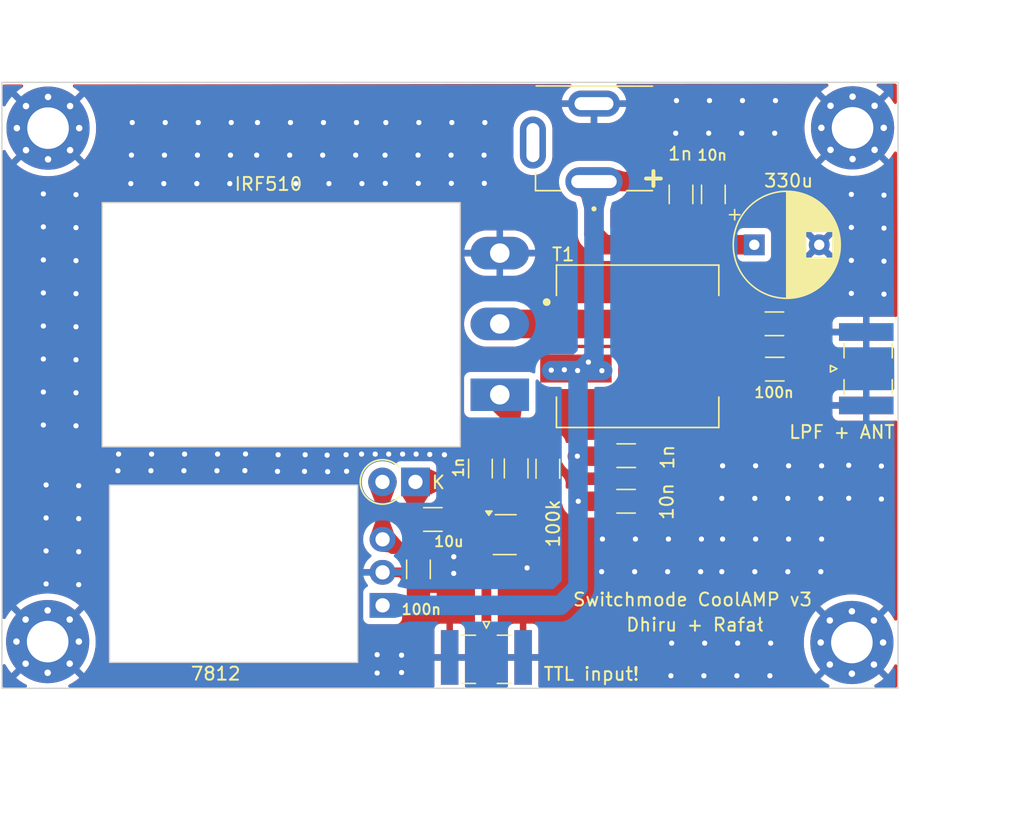
<source format=kicad_pcb>
(kicad_pcb (version 20240225) (generator "pcbnew") (generator_version "8.99")
  (layers (0 "F.Cu" signal) (31 "B.Cu" signal) (35 "F.Paste" user) (37 "F.SilkS" user "F.Silkscreen") (38 "B.Mask" user) (39 "F.Mask" user) (44 "Edge.Cuts" user))
  (net 0 "")
  (net 1 "GND")
  (net 2 "Net-(Q1-G)")
  (net 3 "/DRAIN")
  (net 4 "Net-(RF_OUT1-In)")
  (net 6 "Net-(D1-A)")
  (net 7 "11.5V")
  (net 8 "Net-(U2-OUT)")
  (net 9 "Net-(RF_IN1-In)")
  (net 10 "Net-(C3-Pad2)")
  (net 11 "+VDC")
  (footprint "MountingHole:MountingHole_3.2mm_M3_Pad_Via" (layer "F.Cu") (at 141.8 105.72)
    (property "Reference" "H3" (hide yes))
    (property "Value" "MountingHole_Pad" (hide yes))
    (pad "1" thru_hole circle (at -2.4 0) (size 0.8 0.8) (drill 0.5) (layers "*.Cu" "*.Mask") (net 1 "GND"))
    (pad "1" thru_hole circle (at -1.697056 -1.697056) (size 0.8 0.8) (drill 0.5) (layers "*.Cu" "*.Mask") (net 1 "GND"))
    (pad "1" thru_hole circle (at -1.697056 1.697056) (size 0.8 0.8) (drill 0.5) (layers "*.Cu" "*.Mask") (net 1 "GND"))
    (pad "1" thru_hole circle (at 0 -2.4) (size 0.8 0.8) (drill 0.5) (layers "*.Cu" "*.Mask") (net 1 "GND"))
    (pad "1" thru_hole circle (at 0 0) (size 6.4 6.4) (drill 3.2) (layers "*.Cu" "*.Mask") (net 1 "GND"))
    (pad "1" thru_hole circle (at 0 2.4) (size 0.8 0.8) (drill 0.5) (layers "*.Cu" "*.Mask") (net 1 "GND"))
    (pad "1" thru_hole circle (at 1.697056 -1.697056) (size 0.8 0.8) (drill 0.5) (layers "*.Cu" "*.Mask") (net 1 "GND"))
    (pad "1" thru_hole circle (at 1.697056 1.697056) (size 0.8 0.8) (drill 0.5) (layers "*.Cu" "*.Mask") (net 1 "GND"))
    (pad "1" thru_hole circle (at 2.4 0) (size 0.8 0.8) (drill 0.5) (layers "*.Cu" "*.Mask") (net 1 "GND"))
  )
  (footprint "Connector_Coaxial:SMA_Samtec_SMA-J-P-X-ST-EM1_EdgeMount" (layer "F.Cu") (at 204.8075 84.72 90)
    (property "Reference" "RF_OUT1" (hide yes))
    (property "Value" "SMA" (hide yes))
    (pad "1" smd rect (at 0 0.2 90) (size 1.27 3.6) (layers "F.Cu" "F.Paste" "F.Mask") (net 4 "Net-(RF_OUT1-In)"))
    (pad "2" smd rect (at -2.825 0 90) (size 1.35 4.2) (layers "F.Cu" "F.Paste" "F.Mask") (net 1 "GND"))
    (pad "2" smd rect (at -2.825 0 90) (size 1.35 4.2) (layers "B.Cu" "B.Paste" "B.Mask") (net 1 "GND"))
    (pad "2" smd rect (at 2.825 0 90) (size 1.35 4.2) (layers "F.Cu" "F.Paste" "F.Mask") (net 1 "GND"))
    (pad "2" smd rect (at 2.825 0 90) (size 1.35 4.2) (layers "B.Cu" "B.Paste" "B.Mask") (net 1 "GND"))
  )
  (footprint "Capacitor_SMD:C_1206_3216Metric_Pad1.33x1.80mm_HandSolder" (layer "F.Cu") (at 186.32 94.92)
    (property "Reference" "C12" (hide yes))
    (property "Value" "10n" (at 3.14 0.02 90) (layer "F.SilkS"))
    (pad "1" smd roundrect (at -1.5625 0) (size 1.325 1.8) (layers "F.Cu" "F.Paste" "F.Mask") (roundrect_rratio 0.188679) (net 11 "+VDC"))
    (pad "2" smd roundrect (at 1.5625 0) (size 1.325 1.8) (layers "F.Cu" "F.Paste" "F.Mask") (roundrect_rratio 0.188679) (net 1 "GND"))
  )
  (footprint "footprints:XKB_DC-005-5A-2.0_Modded" (layer "F.Cu") (at 183.85 64.3125 -90)
    (property "Reference" "Power1" (hide yes))
    (property "Value" "DC-005 (Barrel Jack)" (hide yes))
    (pad "1" thru_hole oval (at 6 0 270) (size 2.2 4.4) (drill oval 1 3.5) (layers "*.Cu" "*.Mask") (net 11 "+VDC"))
    (pad "2" thru_hole oval (at 0 0 270) (size 2 4) (drill oval 1 3) (layers "*.Cu" "*.Mask") (net 1 "GND"))
    (pad "3" thru_hole oval (at 3 4.7 270) (size 4 2) (drill oval 3 1) (layers "*.Cu" "*.Mask"))
  )
  (footprint "Capacitor_SMD:C_1206_3216Metric_Pad1.33x1.80mm_HandSolder" (layer "F.Cu") (at 171.45 96.32)
    (property "Reference" "C9" (hide yes))
    (property "Value" "10u" (at 1.23 1.7 180) (layer "F.SilkS") (effects (font (size 0.8 0.8))))
    (pad "1" smd roundrect (at -1.5625 0) (size 1.325 1.8) (layers "F.Cu" "F.Paste" "F.Mask") (roundrect_rratio 0.1886792453) (net 7 "11.5V"))
    (pad "2" smd roundrect (at 1.5625 0) (size 1.325 1.8) (layers "F.Cu" "F.Paste" "F.Mask") (roundrect_rratio 0.1886792453) (net 1 "GND"))
  )
  (footprint "Capacitor_SMD:C_1206_3216Metric_Pad1.33x1.80mm_HandSolder" (layer "F.Cu") (at 175.11 92.4 90)
    (property "Reference" "C4" (hide yes))
    (property "Value" "1n" (at 0.0775 -1.69 -90) (layer "F.SilkS") (effects (font (size 0.8 0.8))))
    (pad "1" smd roundrect (at -1.5625 0 90) (size 1.325 1.8) (layers "F.Cu" "F.Paste" "F.Mask") (roundrect_rratio 0.1886792453) (net 7 "11.5V"))
    (pad "2" smd roundrect (at 1.5625 0 90) (size 1.325 1.8) (layers "F.Cu" "F.Paste" "F.Mask") (roundrect_rratio 0.1886792453) (net 1 "GND"))
  )
  (footprint "MountingHole:MountingHole_3.2mm_M3_Pad_Via" (layer "F.Cu") (at 203.7 105.79)
    (property "Reference" "H4" (hide yes))
    (property "Value" "MountingHole_Pad" (hide yes))
    (pad "1" thru_hole circle (at -2.4 0) (size 0.8 0.8) (drill 0.5) (layers "*.Cu" "*.Mask") (net 1 "GND"))
    (pad "1" thru_hole circle (at -1.697056 -1.697056) (size 0.8 0.8) (drill 0.5) (layers "*.Cu" "*.Mask") (net 1 "GND"))
    (pad "1" thru_hole circle (at -1.697056 1.697056) (size 0.8 0.8) (drill 0.5) (layers "*.Cu" "*.Mask") (net 1 "GND"))
    (pad "1" thru_hole circle (at 0 -2.4) (size 0.8 0.8) (drill 0.5) (layers "*.Cu" "*.Mask") (net 1 "GND"))
    (pad "1" thru_hole circle (at 0 0) (size 6.4 6.4) (drill 3.2) (layers "*.Cu" "*.Mask") (net 1 "GND"))
    (pad "1" thru_hole circle (at 0 2.4) (size 0.8 0.8) (drill 0.5) (layers "*.Cu" "*.Mask") (net 1 "GND"))
    (pad "1" thru_hole circle (at 1.697056 -1.697056) (size 0.8 0.8) (drill 0.5) (layers "*.Cu" "*.Mask") (net 1 "GND"))
    (pad "1" thru_hole circle (at 1.697056 1.697056) (size 0.8 0.8) (drill 0.5) (layers "*.Cu" "*.Mask") (net 1 "GND"))
    (pad "1" thru_hole circle (at 2.4 0) (size 0.8 0.8) (drill 0.5) (layers "*.Cu" "*.Mask") (net 1 "GND"))
  )
  (footprint "Package_TO_SOT_THT:TO-220-3_Horizontal_TabDown" (layer "F.Cu") (at 167.58 102.93 90)
    (property "Reference" "U3" (hide yes))
    (property "Value" "LM7812_TO220" (hide yes))
    (pad "" np_thru_hole oval (at 2.54 -16.66 90) (size 3.5 3.5) (drill 3.5) (layers "*.Cu" "*.Mask"))
    (pad "1" thru_hole rect (at 0 0 90) (size 1.905 2) (drill 1.1) (layers "*.Cu" "*.Mask") (net 11 "+VDC"))
    (pad "2" thru_hole oval (at 2.54 0 90) (size 1.905 2) (drill 1.1) (layers "*.Cu" "*.Mask") (net 1 "GND"))
    (pad "3" thru_hole oval (at 5.08 0 90) (size 1.905 2) (drill 1.1) (layers "*.Cu" "*.Mask") (net 6 "Net-(D1-A)"))
  )
  (footprint "Capacitor_SMD:C_1206_3216Metric_Pad1.33x1.80mm_HandSolder" (layer "F.Cu") (at 197.74 81.26)
    (property "Reference" "C1" (hide yes))
    (property "Value" "100p" (hide yes))
    (pad "1" smd roundrect (at -1.5625 0) (size 1.325 1.8) (layers "F.Cu" "F.Paste" "F.Mask") (roundrect_rratio 0.1886792453) (net 3 "/DRAIN"))
    (pad "2" smd roundrect (at 1.5625 0) (size 1.325 1.8) (layers "F.Cu" "F.Paste" "F.Mask") (roundrect_rratio 0.1886792453) (net 1 "GND"))
  )
  (footprint "Connector_Coaxial:SMA_Samtec_SMA-J-P-X-ST-EM1_EdgeMount" (layer "F.Cu") (at 175.57 106.94)
    (property "Reference" "RF_IN1" (hide yes))
    (property "Value" "SMA" (hide yes))
    (pad "1" smd rect (at 0 0.2) (size 1.27 3.6) (layers "F.Cu" "F.Paste" "F.Mask") (net 9 "Net-(RF_IN1-In)"))
    (pad "2" smd rect (at -2.825 0) (size 1.35 4.2) (layers "F.Cu" "F.Paste" "F.Mask") (net 1 "GND"))
    (pad "2" smd rect (at -2.825 0) (size 1.35 4.2) (layers "B.Cu" "B.Paste" "B.Mask") (net 1 "GND"))
    (pad "2" smd rect (at 2.825 0) (size 1.35 4.2) (layers "F.Cu" "F.Paste" "F.Mask") (net 1 "GND"))
    (pad "2" smd rect (at 2.825 0) (size 1.35 4.2) (layers "B.Cu" "B.Paste" "B.Mask") (net 1 "GND"))
  )
  (footprint "footprints:TO-247-3_Horizontal_TabDown_Modded" (layer "F.Cu") (at 176.6 86.72 90)
    (property "Reference" "Q1" (hide yes))
    (property "Value" "IRF510" (hide yes))
    (pad "" np_thru_hole oval (at 5.45 -19.86 90) (size 3.6 3.6) (drill 3.6) (layers "*.Cu" "*.Mask"))
    (pad "1" thru_hole rect (at 0 0 90) (size 2.5 4.5) (drill 1.5) (layers "*.Cu" "*.Mask") (net 2 "Net-(Q1-G)"))
    (pad "2" thru_hole oval (at 5.45 0 90) (size 2.5 4.5) (drill 1.5) (layers "*.Cu" "*.Mask") (net 3 "/DRAIN"))
    (pad "3" thru_hole oval (at 10.9 0 90) (size 2.5 4.5) (drill 1.5) (layers "*.Cu" "*.Mask") (net 1 "GND"))
  )
  (footprint "Capacitor_SMD:C_1206_3216Metric_Pad1.33x1.80mm_HandSolder" (layer "F.Cu") (at 197.7675 84.75 180)
    (property "Reference" "C3" (hide yes))
    (property "Value" "100n" (at 0.06 -1.8 180) (layer "F.SilkS") (effects (font (size 0.8 0.8))))
    (pad "1" smd roundrect (at -1.5625 0 180) (size 1.325 1.8) (layers "F.Cu" "F.Paste" "F.Mask") (roundrect_rratio 0.1886792453) (net 4 "Net-(RF_OUT1-In)"))
    (pad "2" smd roundrect (at 1.5625 0 180) (size 1.325 1.8) (layers "F.Cu" "F.Paste" "F.Mask") (roundrect_rratio 0.1886792453) (net 10 "Net-(C3-Pad2)"))
  )
  (footprint "Diode_THT:D_DO-41_SOD81_P2.54mm_Vertical_KathodeUp" (layer "F.Cu") (at 170.11 93.43 180)
    (property "Reference" "D1" (hide yes))
    (property "Value" "1N4007" (hide yes))
    (fp_text user "K" (at -1.761766 -0.04 180) (layer "F.SilkS"))
    (pad "1" thru_hole rect (at 0 0 180) (size 2.2 2.2) (drill 1.1) (layers "*.Cu" "*.Mask") (net 7 "11.5V"))
    (pad "2" thru_hole oval (at 2.54 0 180) (size 2.2 2.2) (drill 1.1) (layers "*.Cu" "*.Mask") (net 6 "Net-(D1-A)"))
  )
  (footprint "Package_TO_SOT_SMD:TSOT-23-5_HandSoldering" (layer "F.Cu") (at 176.98 97.4625)
    (property "Reference" "U2" (hide yes))
    (property "Value" "UCC27517DBVR" (hide yes))
    (pad "1" smd roundrect (at -1.71 -0.95) (size 2 0.65) (layers "F.Cu" "F.Paste" "F.Mask") (net 7 "11.5V"))
    (pad "2" smd roundrect (at -1.71 0) (size 2 0.65) (layers "F.Cu" "F.Paste" "F.Mask") (net 1 "GND"))
    (pad "3" smd roundrect (at -1.71 0.95) (size 2 0.65) (layers "F.Cu" "F.Paste" "F.Mask") (net 9 "Net-(RF_IN1-In)"))
    (pad "4" smd roundrect (at 1.71 0.95) (size 2 0.65) (layers "F.Cu" "F.Paste" "F.Mask") (net 1 "GND"))
    (pad "5" smd roundrect (at 1.71 -0.95) (size 2 0.65) (layers "F.Cu" "F.Paste" "F.Mask") (net 8 "Net-(U2-OUT)"))
  )
  (footprint "Capacitor_THT:CP_Radial_D8.0mm_P5.00mm" (layer "F.Cu") (at 196.187349 75.18)
    (property "Reference" "C6" (hide yes))
    (property "Value" "330u" (at 2.642651 -4.93 0) (layer "F.SilkS"))
    (pad "1" thru_hole rect (at 0 0) (size 1.6 1.6) (drill 0.8) (layers "*.Cu" "*.Mask") (net 11 "+VDC"))
    (pad "2" thru_hole circle (at 5 0) (size 1.6 1.6) (drill 0.8) (layers "*.Cu" "*.Mask") (net 1 "GND"))
  )
  (footprint "footprints:IND_SRF1260A-4R7Y-Longer-Pads" (layer "F.Cu") (at 187.21 82.99)
    (property "Reference" "T1" (at -5.725 -7.065 0) (layer "F.SilkS") (effects (font (size 1.001409 1.001409))))
    (property "Value" "SRF1260A-4R7Y" (hide yes))
    (pad "1" smd rect (at -4.75 -1.715 180) (size 5.5 2.15) (layers "F.Cu" "F.Paste" "F.Mask") (net 3 "/DRAIN"))
    (pad "2" smd rect (at -4.75 1.715 180) (size 5.5 2.15) (layers "F.Cu" "F.Paste" "F.Mask") (net 11 "+VDC"))
    (pad "3" smd rect (at 4.75 1.715 180) (size 5.5 2.15) (layers "F.Cu" "F.Paste" "F.Mask") (net 10 "Net-(C3-Pad2)"))
    (pad "4" smd rect (at 4.75 -1.715 180) (size 5.5 2.15) (layers "F.Cu" "F.Paste" "F.Mask") (net 3 "/DRAIN"))
  )
  (footprint "MountingHole:MountingHole_3.2mm_M3_Pad_Via" (layer "F.Cu") (at 141.83 66.2)
    (property "Reference" "H1" (hide yes))
    (property "Value" "MountingHole_Pad" (hide yes))
    (pad "1" thru_hole circle (at -2.4 0) (size 0.8 0.8) (drill 0.5) (layers "*.Cu" "*.Mask") (net 1 "GND"))
    (pad "1" thru_hole circle (at -1.697056 -1.697056) (size 0.8 0.8) (drill 0.5) (layers "*.Cu" "*.Mask") (net 1 "GND"))
    (pad "1" thru_hole circle (at -1.697056 1.697056) (size 0.8 0.8) (drill 0.5) (layers "*.Cu" "*.Mask") (net 1 "GND"))
    (pad "1" thru_hole circle (at 0 -2.4) (size 0.8 0.8) (drill 0.5) (layers "*.Cu" "*.Mask") (net 1 "GND"))
    (pad "1" thru_hole circle (at 0 0) (size 6.4 6.4) (drill 3.2) (layers "*.Cu" "*.Mask") (net 1 "GND"))
    (pad "1" thru_hole circle (at 0 2.4) (size 0.8 0.8) (drill 0.5) (layers "*.Cu" "*.Mask") (net 1 "GND"))
    (pad "1" thru_hole circle (at 1.697056 -1.697056) (size 0.8 0.8) (drill 0.5) (layers "*.Cu" "*.Mask") (net 1 "GND"))
    (pad "1" thru_hole circle (at 1.697056 1.697056) (size 0.8 0.8) (drill 0.5) (layers "*.Cu" "*.Mask") (net 1 "GND"))
    (pad "1" thru_hole circle (at 2.4 0) (size 0.8 0.8) (drill 0.5) (layers "*.Cu" "*.Mask") (net 1 "GND"))
  )
  (footprint "Capacitor_SMD:C_1206_3216Metric_Pad1.33x1.80mm_HandSolder" (layer "F.Cu") (at 193.04 71.3 90)
    (property "Reference" "C5" (hide yes))
    (property "Value" "10n" (at 3.02 -0.09 0) (layer "F.SilkS") (effects (font (size 0.8 0.8))))
    (pad "1" smd roundrect (at -1.5625 0 90) (size 1.325 1.8) (layers "F.Cu" "F.Paste" "F.Mask") (roundrect_rratio 0.1886792453) (net 11 "+VDC"))
    (pad "2" smd roundrect (at 1.5625 0 90) (size 1.325 1.8) (layers "F.Cu" "F.Paste" "F.Mask") (roundrect_rratio 0.1886792453) (net 1 "GND"))
  )
  (footprint "Capacitor_SMD:C_1206_3216Metric_Pad1.33x1.80mm_HandSolder" (layer "F.Cu") (at 170.34 100.16 -90)
    (property "Reference" "C8" (hide yes))
    (property "Value" "100n" (at 3.0875 -0.22 180) (layer "F.SilkS") (effects (font (size 0.8 0.8))))
    (pad "1" smd roundrect (at -1.5625 0 270) (size 1.325 1.8) (layers "F.Cu" "F.Paste" "F.Mask") (roundrect_rratio 0.1886792453) (net 6 "Net-(D1-A)"))
    (pad "2" smd roundrect (at 1.5625 0 270) (size 1.325 1.8) (layers "F.Cu" "F.Paste" "F.Mask") (roundrect_rratio 0.1886792453) (net 1 "GND"))
  )
  (footprint "Capacitor_SMD:C_1206_3216Metric_Pad1.33x1.80mm_HandSolder" (layer "F.Cu") (at 190.55 71.3 90)
    (property "Reference" "C10" (hide yes))
    (property "Value" "1n" (at 3.13 -0.06 0) (layer "F.SilkS"))
    (pad "1" smd roundrect (at -1.5625 0 90) (size 1.325 1.8) (layers "F.Cu" "F.Paste" "F.Mask") (roundrect_rratio 0.1886792453) (net 11 "+VDC"))
    (pad "2" smd roundrect (at 1.5625 0 90) (size 1.325 1.8) (layers "F.Cu" "F.Paste" "F.Mask") (roundrect_rratio 0.1886792453) (net 1 "GND"))
  )
  (footprint "MountingHole:MountingHole_3.2mm_M3_Pad_Via" (layer "F.Cu") (at 203.752944 66.177944)
    (property "Reference" "H2" (hide yes))
    (property "Value" "MountingHole_Pad" (hide yes))
    (pad "1" thru_hole circle (at -2.4 0) (size 0.8 0.8) (drill 0.5) (layers "*.Cu" "*.Mask") (net 1 "GND"))
    (pad "1" thru_hole circle (at -1.697056 -1.697056) (size 0.8 0.8) (drill 0.5) (layers "*.Cu" "*.Mask") (net 1 "GND"))
    (pad "1" thru_hole circle (at -1.697056 1.697056) (size 0.8 0.8) (drill 0.5) (layers "*.Cu" "*.Mask") (net 1 "GND"))
    (pad "1" thru_hole circle (at 0 -2.4) (size 0.8 0.8) (drill 0.5) (layers "*.Cu" "*.Mask") (net 1 "GND"))
    (pad "1" thru_hole circle (at 0 0) (size 6.4 6.4) (drill 3.2) (layers "*.Cu" "*.Mask") (net 1 "GND"))
    (pad "1" thru_hole circle (at 0 2.4) (size 0.8 0.8) (drill 0.5) (layers "*.Cu" "*.Mask") (net 1 "GND"))
    (pad "1" thru_hole circle (at 1.697056 -1.697056) (size 0.8 0.8) (drill 0.5) (layers "*.Cu" "*.Mask") (net 1 "GND"))
    (pad "1" thru_hole circle (at 1.697056 1.697056) (size 0.8 0.8) (drill 0.5) (layers "*.Cu" "*.Mask") (net 1 "GND"))
    (pad "1" thru_hole circle (at 2.4 0) (size 0.8 0.8) (drill 0.5) (layers "*.Cu" "*.Mask") (net 1 "GND"))
  )
  (footprint "Resistor_SMD:R_1206_3216Metric_Pad1.30x1.75mm_HandSolder" (layer "F.Cu") (at 177.86 92.39 -90)
    (property "Reference" "R2" (hide yes))
    (property "Value" "3.3" (hide yes))
    (pad "1" smd roundrect (at -1.55 0 270) (size 1.3 1.75) (layers "F.Cu" "F.Paste" "F.Mask") (roundrect_rratio 0.1923076923) (net 2 "Net-(Q1-G)"))
    (pad "2" smd roundrect (at 1.55 0 270) (size 1.3 1.75) (layers "F.Cu" "F.Paste" "F.Mask") (roundrect_rratio 0.1923076923) (net 8 "Net-(U2-OUT)"))
  )
  (footprint "Resistor_SMD:R_1206_3216Metric_Pad1.30x1.75mm_HandSolder" (layer "F.Cu") (at 180.3 92.42 -90)
    (property "Reference" "R3" (hide yes))
    (property "Value" "100k" (at 4.21 -0.41 90) (layer "F.SilkS"))
    (pad "1" smd roundrect (at -1.55 0 270) (size 1.3 1.75) (layers "F.Cu" "F.Paste" "F.Mask") (roundrect_rratio 0.1923076923) (net 2 "Net-(Q1-G)"))
    (pad "2" smd roundrect (at 1.55 0 270) (size 1.3 1.75) (layers "F.Cu" "F.Paste" "F.Mask") (roundrect_rratio 0.1923076923) (net 1 "GND"))
  )
  (footprint "Capacitor_SMD:C_1206_3216Metric_Pad1.33x1.80mm_HandSolder" (layer "F.Cu") (at 186.3325 91.41)
    (property "Reference" "C2" (hide yes))
    (property "Value" "1n" (at 3.1775 0.11 90) (layer "F.SilkS"))
    (pad "1" smd roundrect (at -1.5625 0) (size 1.325 1.8) (layers "F.Cu" "F.Paste" "F.Mask") (roundrect_rratio 0.188679) (net 11 "+VDC"))
    (pad "2" smd roundrect (at 1.5625 0) (size 1.325 1.8) (layers "F.Cu" "F.Paste" "F.Mask") (roundrect_rratio 0.188679) (net 1 "GND"))
  )
  (gr_rect (start 138.28 62.675) (end 207.25 109.315) (stroke (width 0.1)) (fill none) (layer "Edge.Cuts"))
  (gr_rect (start 146.56 93.68) (end 165.66 107.32) (stroke (width 0.1)) (fill none) (layer "Edge.Cuts"))
  (gr_rect (start 146 71.93) (end 173.55 90.72) (stroke (width 0.1)) (fill none) (layer "Edge.Cuts"))
  (gr_text "7812" (at 152.73 108.78 0) (layer "F.SilkS") (effects (font (size 1 1)) (justify left bottom)))
  (gr_text "+" (at 187.3 70.85 0) (layer "F.SilkS") (effects (font (size 1.5 1.5) (thickness 0.3) (bold yes)) (justify left bottom)))
  (gr_text "LPF + ANT" (at 198.78 90.18 0) (layer "F.SilkS") (effects (font (size 1 1)) (justify left bottom)))
  (gr_text "TTL input!" (at 179.89 108.8 0) (layer "F.SilkS") (effects (font (size 1 1)) (justify left bottom)))
  (gr_text "Dhiru + Rafał" (at 186.24 105.01 0) (layer "F.SilkS") (effects (font (size 1 1)) (justify left bottom)))
  (gr_text "IRF510" (at 156.1 71.09 0) (layer "F.SilkS") (effects (font (size 1 1)) (justify left bottom)))
  (gr_text "Switchmode CoolAMP v3\n " (at 182.15 104.68 0) (layer "F.SilkS") (effects (font (size 1 1)) (justify left bottom)))
  (segment (start 170.34 101.7225) (end 169.0075 100.39) (width 0.75) (layer "F.Cu") (net 1))
  (segment (start 174.1825 97.4725) (end 173.07 96.36) (width 0.75) (layer "F.Cu") (net 1))
  (segment (start 169.0075 100.39) (end 167.58 100.39) (width 0.75) (layer "F.Cu") (net 1))
  (segment (start 175.44 97.4725) (end 174.1825 97.4725) (width 0.75) (layer "F.Cu") (net 1))
  (segment (start 175.44 97.4725) (end 174.562514 97.4725) (width 0.75) (layer "F.Cu") (net 1))
  (via (at 143.98 76.4) (size 0.8) (drill 0.4) (layers "F.Cu" "B.Cu") (net 1))
  (via (at 197.82 64.08) (size 0.8) (drill 0.4) (layers "F.Cu" "B.Cu") (net 1))
  (via (at 164.81 92.61) (size 0.8) (drill 0.4) (layers "F.Cu" "B.Cu") (net 1))
  (via (at 141.68 98.74) (size 0.8) (drill 0.4) (layers "F.Cu" "B.Cu") (net 1))
  (via (at 143.98 71.32) (size 0.8) (drill 0.4) (layers "F.Cu" "B.Cu") (net 1))
  (via (at 141.47 89.05) (size 0.8) (drill 0.4) (layers "F.Cu" "B.Cu") (net 1))
  (via (at 157.95 65.77) (size 0.8) (drill 0.4) (layers "F.Cu" "B.Cu") (net 1))
  (via (at 141.47 76.34) (size 0.8) (drill 0.4) (layers "F.Cu" "B.Cu") (net 1))
  (via (at 201.37 97.83) (size 0.8) (drill 0.4) (layers "F.Cu" "B.Cu") (net 1))
  (via (at 167.16 106.73) (size 0.8) (drill 0.4) (layers "F.Cu" "B.Cu") (net 1))
  (via (at 192.74 64.08) (size 0.8) (drill 0.4) (layers "F.Cu" "B.Cu") (net 1))
  (via (at 190.14 66.59) (size 0.8) (drill 0.4) (layers "F.Cu" "B.Cu") (net 1))
  (via (at 167.83 65.77) (size 0.8) (drill 0.4) (layers "F.Cu" "B.Cu") (net 1))
  (via (at 163.31 91.37) (size 0.8) (drill 0.4) (layers "F.Cu" "B.Cu") (net 1))
  (via (at 175.45 65.77) (size 0.8) (drill 0.4) (layers "F.Cu" "B.Cu") (net 1))
  (via (at 153.28 70.47) (size 0.8) (drill 0.4) (layers "F.Cu" "B.Cu") (net 1))
  (via (at 198.83 97.83) (size 0.8) (drill 0.4) (layers "F.Cu" "B.Cu") (net 1))
  (via (at 150.85 65.77) (size 0.8) (drill 0.4) (layers "F.Cu" "B.Cu") (net 1))
  (via (at 165.99 70.47) (size 0.8) (drill 0.4) (layers "F.Cu" "B.Cu") (net 1))
  (via (at 172.34 91.34) (size 0.8) (drill 0.4) (layers "F.Cu" "B.Cu") (net 1))
  (via (at 192.06 100.34) (size 0.8) (drill 0.4) (layers "F.Cu" "B.Cu") (net 1))
  (via (at 190.2 64.08) (size 0.8) (drill 0.4) (layers "F.Cu" "B.Cu") (net 1))
  (via (at 206.17 78.98) (size 0.8) (drill 0.4) (layers "F.Cu" "B.Cu") (net 1))
  (via (at 164.77 91.34) (size 0.8) (drill 0.4) (layers "F.Cu" "B.Cu") (net 1))
  (via (at 195.22 66.59) (size 0.8) (drill 0.4) (layers "F.Cu" "B.Cu") (net 1))
  (via (at 193.69 100.34) (size 0.8) (drill 0.4) (layers "F.Cu" "B.Cu") (net 1))
  (via (at 192.37 105.84) (size 0.8) (drill 0.4) (layers "F.Cu" "B.Cu") (net 1))
  (via (at 153.39 65.77) (size 0.8) (drill 0.4) (layers "F.Cu" "B.Cu") (net 1))
  (via (at 168.05 91.29) (size 0.8) (drill 0.4) (layers "F.Cu" "B.Cu") (net 1))
  (via (at 187.04 97.83) (size 0.8) (drill 0.4) (layers "F.Cu" "B.Cu") (net 1))
  (via (at 201.31 100.34) (size 0.8) (drill 0.4) (layers "F.Cu" "B.Cu") (net 1))
  (via (at 172.91 65.77) (size 0.8) (drill 0.4) (layers "F.Cu" "B.Cu") (net 1))
  (via (at 147.26 91.29) (size 0.8) (drill 0.4) (layers "F.Cu" "B.Cu") (net 1))
  (via (at 196.23 94.7) (size 0.8) (drill 0.4) (layers "F.Cu" "B.Cu") (net 1))
  (via (at 203.66 76.38) (size 0.8) (drill 0.4) (layers "F.Cu" "B.Cu") (net 1))
  (via (at 147.21 92.57) (size 0.8) (drill 0.4) (layers "F.Cu" "B.Cu") (net 1))
  (via (at 193.75 97.83) (size 0.8) (drill 0.4) (layers "F.Cu" "B.Cu") (net 1))
  (via (at 189.77 108.35) (size 0.8) (drill 0.4) (layers "F.Cu" "B.Cu") (net 1))
  (via (at 141.47 78.88) (size 0.8) (drill 0.4) (layers "F.Cu" "B.Cu") (net 1))
  (via (at 198.83 92.19) (size 0.8) (drill 0.4) (layers "F.Cu" "B.Cu") (net 1))
  (via (at 196.29 97.83) (size 0.8) (drill 0.4) (layers "F.Cu" "B.Cu") (net 1))
  (via (at 152.34 91.29) (size 0.8) (drill 0.4) (layers "F.Cu" "B.Cu") (net 1))
  (via (at 203.66 71.3) (size 0.8) (drill 0.4) (layers "F.Cu" "B.Cu") (net 1))
  (via (at 155.87 68.28) (size 0.8) (drill 0.4) (layers "F.Cu" "B.Cu") (net 1))
  (via (at 144.19 96.26) (size 0.8) (drill 0.4) (layers "F.Cu" "B.Cu") (net 1))
  (via (at 157.89 68.28) (size 0.8) (drill 0.4) (layers "F.Cu" "B.Cu") (net 1))
  (via (at 172.87 70.45) (size 0.8) (drill 0.4) (layers "F.Cu" "B.Cu") (net 1))
  (via (at 197.45 105.84) (size 0.8) (drill 0.4) (layers "F.Cu" "B.Cu") (net 1))
  (via (at 160.43 68.28) (size 0.8) (drill 0.4) (layers "F.Cu" "B.Cu") (net 1))
  (via (at 167.01 91.29) (size 0.8) (drill 0.4) (layers "F.Cu" "B.Cu") (net 1))
  (via (at 205.97 92.21) (size 0.8) (drill 0.4) (layers "F.Cu" "B.Cu") (net 1))
  (via (at 203.46 94.69) (size 0.8) (drill 0.4) (layers "F.Cu" "B.Cu") (net 1))
  (via (at 169.12 91.29) (size 0.8) (drill 0.4) (layers "F.Cu" "B.Cu") (net 1))
  (via (at 161.57 92.62) (size 0.8) (drill 0.4) (layers "F.Cu" "B.Cu") (net 1))
  (via (at 196.23 100.34) (size 0.8) (drill 0.4) (layers "F.Cu" "B.Cu") (net 1))
  (via (at 206.17 76.44) (size 0.8) (drill 0.4) (layers "F.Cu" "B.Cu") (net 1))
  (via (at 148.31 65.77) (size 0.8) (drill 0.4) (layers "F.Cu" "B.Cu") (net 1))
  (via (at 163.03 65.77) (size 0.8) (drill 0.4) (layers "F.Cu" "B.Cu") (net 1))
  (via (at 163.45 70.47) (size 0.8) (drill 0.4) (layers "F.Cu" "B.Cu") (net 1))
  (via (at 143.98 86.57) (size 0.8) (drill 0.4) (layers "F.Cu" "B.Cu") (net 1))
  (via (at 165.51 68.28) (size 0.8) (drill 0.4) (layers "F.Cu" "B.Cu") (net 1))
  (via (at 167.16 108.14) (size 0.8) (drill 0.4) (layers "F.Cu" "B.Cu") (net 1))
  (via (at 169.04 108.1) (size 0.8) (drill 0.4) (layers "F.Cu" "B.Cu") (net 1))
  (via (at 195.28 64.08) (size 0.8) (drill 0.4) (layers "F.Cu" "B.Cu") (net 1))
  (via (at 196.29 92.19) (size 0.8) (drill 0.4) (layers "F.Cu" "B.Cu") (net 1))
  (via (at 171.209837 91.316574) (size 0.8) (drill 0.4) (layers "F.Cu" "B.Cu") (net 1))
  (via (at 150.79 68.28) (size 0.8) (drill 0.4) (layers "F.Cu" "B.Cu") (net 1))
  (via (at 203.66 73.84) (size 0.8) (drill 0.4) (layers "F.Cu" "B.Cu") (net 1))
  (via (at 141.47 86.51) (size 0.8) (drill 0.4) (layers "F.Cu" "B.Cu") (net 1))
  (via (at 144.19 98.8) (size 0.8) (drill 0.4) (layers "F.Cu" "B.Cu") (net 1))
  (via (at 154.88 91.29) (size 0.8) (drill 0.4) (layers "F.Cu" "B.Cu") (net 1))
  (via (at 161.62 91.34) (size 0.8) (drill 0.4) (layers "F.Cu" "B.Cu") (net 1))
  (via (at 193.69 94.7) (size 0.8) (drill 0.4) (layers "F.Cu" "B.Cu") (net 1))
  (via (at 192.31 108.35) (size 0.8) (drill 0.4) (layers "F.Cu" "B.Cu") (net 1))
  (via (at 175.39 68.28) (size 0.8) (drill 0.4) (layers "F.Cu" "B.Cu") (net 1))
  (via (at 201.37 92.19) (size 0.8) (drill 0.4) (layers "F.Cu" "B.Cu") (net 1))
  (via (at 141.47 73.8) (size 0.8) (drill 0.4) (layers "F.Cu" "B.Cu") (net 1))
  (via (at 197.76 66.59) (size 0.8) (drill 0.4) (layers "F.Cu" "B.Cu") (net 1))
  (via (at 154.83 92.57) (size 0.8) (drill 0.4) (layers "F.Cu" "B.Cu") (net 1))
  (via (at 148.2 70.47) (size 0.8) (drill 0.4) (layers "F.Cu" "B.Cu") (net 1))
  (via (at 170.31 68.28) (size 0.8) (drill 0.4) (layers "F.Cu" "B.Cu") (net 1))
  (via (at 141.47 83.97) (size 0.8) (drill 0.4) (layers "F.Cu" "B.Cu") (net 1))
  (via (at 143.98 78.94) (size 0.8) (drill 0.4) (layers "F.Cu" "B.Cu") (net 1))
  (via (at 143.98 81.49) (size 0.8) (drill 0.4) (layers "F.Cu" "B.Cu") (net 1))
  (via (at 192.68 66.59) (size 0.8) (drill 0.4) (layers "F.Cu" "B.Cu") (net 1))
  (via (at 205.97 94.75) (size 0.8) (drill 0.4) (layers "F.Cu" "B.Cu") (net 1))
  (via (at 170.33 70.45) (size 0.8) (drill 0.4) (layers "F.Cu" "B.Cu") (net 1))
  (via (at 170.37 65.77) (size 0.8) (drill 0.4) (layers "F.Cu" "B.Cu") (net 1))
  (via (at 197.39 108.35) (size 0.8) (drill 0.4) (layers "F.Cu" "B.Cu") (net 1))
  (via (at 141.68 101.28) (size 0.8) (drill 0.4) (layers "F.Cu" "B.Cu") (net 1))
  (via (at 184.44 100.34) (size 0.8) (drill 0.4) (layers "F.Cu" "B.Cu") (net 1))
  (via (at 159.49 92.62) (size 0.8) (drill 0.4) (layers "F.Cu" "B.Cu") (net 1))
  (via (at 149.8 91.29) (size 0.8) (drill 0.4) (layers "F.Cu" "B.Cu") (net 1))
  (via (at 178.7 100.05) (size 0.8) (drill 0.4) (layers "F.Cu" "B.Cu") (net 1))
  (via (at 170.16 91.29) (size 0.8) (drill 0.4) (layers "F.Cu" "B.Cu") (net 1))
  (via (at 175.41 70.45) (size 0.8) (drill 0.4) (layers "F.Cu" "B.Cu") (net 1))
  (via (at 184.5 97.83) (size 0.8) (drill 0.4) (layers "F.Cu" "B.Cu") (net 1))
  (via (at 152.29 92.57) (size 0.8) (drill 0.4) (layers "F.Cu" "B.Cu") (net 1))
  (via (at 194.85 108.35) (size 0.8) (drill 0.4) (layers "F.Cu" "B.Cu") (net 1))
  (via (at 189.58 97.83) (size 0.8) (drill 0.4) (layers "F.Cu" "B.Cu") (net 1))
  (via (at 162.97 68.28) (size 0.8) (drill 0.4) (layers "F.Cu" "B.Cu") (net 1))
  (via (at 150.74 70.47) (size 0.8) (drill 0.4) (layers "F.Cu" "B.Cu") (net 1))
  (via (at 155.82 70.47) (size 0.8) (drill 0.4) (layers "F.Cu" "B.Cu") (net 1))
  (via (at 167.79 70.45) (size 0.8) (drill 0.4) (layers "F.Cu" "B.Cu") (net 1))
  (via (at 167.77 68.28) (size 0.8) (drill 0.4) (layers "F.Cu" "B.Cu") (net 1))
  (via (at 143.98 73.86) (size 0.8) (drill 0.4) (layers "F.Cu" "B.Cu") (net 1))
  (via (at 159.54 91.34) (size 0.8) (drill 0.4) (layers "F.Cu" "B.Cu") (net 1))
  (via (at 144.19 101.34) (size 0.8) (drill 0.4) (layers "F.Cu" "B.Cu") (net 1))
  (via (at 173.054721 100.470673) (size 0.8) (drill 0.4) (layers "F.Cu" "B.Cu") (net 1))
  (via (at 160.91 70.47) (size 0.8) (drill 0.4) (layers "F.Cu" "B.Cu") (net 1))
  (via (at 206.17 71.36) (size 0.8) (drill 0.4) (layers "F.Cu" "B.Cu") (net 1))
  (via (at 173.06 99.19) (size 0.8) (drill 0.4) (layers "F.Cu" "B.Cu") (net 1))
  (via (at 160.49 65.77) (size 0.8) (drill 0.4) (layers "F.Cu" "B.Cu") (net 1))
  (via (at 201.31 94.7) (size 0.8) (drill 0.4) (layers "F.Cu" "B.Cu") (net 1))
  (via (at 157.03 91.28) (size 0.8) (drill 0.4) (layers "F.Cu" "B.Cu") (net 1))
  (via (at 163.35 92.64) (size 0.8) (drill 0.4) (layers "F.Cu" "B.Cu") (net 1))
  (via (at 143.98 84.03) (size 0.8) (drill 0.4) (layers "F.Cu" "B.Cu") (net 1))
  (via (at 149.75 92.57) (size 0.8) (drill 0.4) (layers "F.Cu" "B.Cu") (net 1))
  (via (at 189.52 100.34) (size 0.8) (drill 0.4) (layers "F.Cu" "B.Cu") (net 1))
  (via (at 141.47 81.43) (size 0.8) (drill 0.4) (layers "F.Cu" "B.Cu") (net 1))
  (via (at 203.66 78.92) (size 0.8) (drill 0.4) (layers "F.Cu" "B.Cu") (net 1))
  (via (at 155.93 65.77) (size 0.8) (drill 0.4) (layers "F.Cu" "B.Cu") (net 1))
  (via (at 169.04 106.77) (size 0.8) (drill 0.4) (layers "F.Cu" "B.Cu") (net 1))
  (via (at 198.77 100.34) (size 0.8) (drill 0.4) (layers "F.Cu" "B.Cu") (net 1))
  (via (at 165.96 91.29) (size 0.8) (drill 0.4) (layers "F.Cu" "B.Cu") (net 1))
  (via (at 206.17 73.9) (size 0.8) (drill 0.4) (layers "F.Cu" "B.Cu") (net 1))
  (via (at 141.68 93.66) (size 0.8) (drill 0.4) (layers "F.Cu" "B.Cu") (net 1))
  (via (at 148.25 68.28) (size 0.8) (drill 0.4) (layers "F.Cu" "B.Cu") (net 1))
  (via (at 141.68 96.2) (size 0.8) (drill 0.4) (layers "F.Cu" "B.Cu") (net 1))
  (via (at 198.77 94.7) (size 0.8) (drill 0.4) (layers "F.Cu" "B.Cu") (net 1))
  (via (at 144.19 93.72) (size 0.8) (drill 0.4) (layers "F.Cu" "B.Cu") (net 1))
  (via (at 193.75 92.19) (size 0.8) (drill 0.4) (layers "F.Cu" "B.Cu") (net 1))
  (via (at 141.47 71.26) (size 0.8) (drill 0.4) (layers "F.Cu" "B.Cu") (net 1))
  (via (at 165.57 65.77) (size 0.8) (drill 0.4) (layers "F.Cu" "B.Cu") (net 1))
  (via (at 143.98 89.11) (size 0.8) (drill 0.4) (layers "F.Cu" "B.Cu") (net 1))
  (via (at 153.33 68.28) (size 0.8) (drill 0.4) (layers "F.Cu" "B.Cu") (net 1))
  (via (at 203.46 92.15) (size 0.8) (drill 0.4) (layers "F.Cu" "B.Cu") (net 1))
  (via (at 172.85 68.28) (size 0.8) (drill 0.4) (layers "F.Cu" "B.Cu") (net 1))
  (via (at 192.12 97.83) (size 0.8) (drill 0.4) (layers "F.Cu" "B.Cu") (net 1))
  (via (at 189.83 105.84) (size 0.8) (drill 0.4) (layers "F.Cu" "B.Cu") (net 1))
  (via (at 194.91 105.84) (size 0.8) (drill 0.4) (layers "F.Cu" "B.Cu") (net 1))
  (via (at 186.98 100.34) (size 0.8) (drill 0.4) (layers "F.Cu" "B.Cu") (net 1))
  (via (at 156.98 92.56) (size 0.8) (drill 0.4) (layers "F.Cu" "B.Cu") (net 1))
  (segment (start 177.63 90.49) (end 177.93 90.79) (width 1) (layer "F.Cu") (net 2))
  (segment (start 177.86 90.84) (end 180.27 90.84) (width 1) (layer "F.Cu") (net 2))
  (segment (start 177.63 86.87) (end 177.63 90.49) (width 1) (layer "F.Cu") (net 2))
  (segment (start 191.96 81.275) (end 196.1625 81.275) (width 1.5) (layer "F.Cu") (net 3))
  (segment (start 176.6 81.27) (end 182.455 81.27) (width 2.2) (layer "F.Cu") (net 3))
  (segment (start 182.455 81.27) (end 182.46 81.275) (width 2.2) (layer "F.Cu") (net 3))
  (segment (start 182.46 81.275) (end 191.96 81.275) (width 2.2) (layer "F.Cu") (net 3))
  (segment (start 196.1625 81.275) (end 196.1775 81.26) (width 1.5) (layer "F.Cu") (net 3))
  (segment (start 199.33 84.75) (end 204.9775 84.75) (width 2.2) (layer "F.Cu") (net 4))
  (segment (start 168.3275 98.5975) (end 167.58 97.85) (width 0.75) (layer "F.Cu") (net 6))
  (segment (start 170.34 98.5975) (end 168.3275 98.5975) (width 0.75) (layer "F.Cu") (net 6))
  (segment (start 167.58 97.85) (end 167.58 93.6) (width 0.75) (layer "F.Cu") (net 6))
  (segment (start 170.11 93.43) (end 174.5775 93.43) (width 1) (layer "F.Cu") (net 7))
  (segment (start 174.5775 93.43) (end 175.11 93.9625) (width 1) (layer "F.Cu") (net 7))
  (segment (start 175.44 94.61) (end 175.44 96.5225) (width 0.75) (layer "F.Cu") (net 7))
  (segment (start 170.0975 96.33) (end 170.0975 93.4425) (width 0.75) (layer "F.Cu") (net 7))
  (segment (start 177.86 93.94) (end 177.86 95.6825) (width 1) (layer "F.Cu") (net 8))
  (segment (start 177.86 95.6825) (end 178.69 96.5125) (width 1) (layer "F.Cu") (net 8))
  (segment (start 175.57 98.5525) (end 175.44 98.4225) (width 0.75) (layer "F.Cu") (net 9))
  (segment (start 175.57 107.14) (end 175.57 98.5525) (width 0.75) (layer "F.Cu") (net 9))
  (segment (start 191.96 84.705) (end 196.16 84.705) (width 2.2) (layer "F.Cu") (net 10))
  (segment (start 186.11 75.17) (end 184.65 75.17) (width 1.5) (layer "F.Cu") (net 11))
  (segment (start 193.07 75.17) (end 191.16 75.17) (width 1.5) (layer "F.Cu") (net 11))
  (segment (start 186.12 75.18) (end 196.187349 75.18) (width 1.5) (layer "F.Cu") (net 11))
  (segment (start 191.16 75.17) (end 190.57 75.17) (width 1.5) (layer "F.Cu") (net 11))
  (segment (start 183.85 74.37) (end 183.85 70.3125) (width 1.5) (layer "F.Cu") (net 11))
  (segment (start 183.27 70.8925) (end 183.85 70.3125) (width 1.5) (layer "F.Cu") (net 11))
  (segment (start 186.11 75.17) (end 186.12 75.18) (width 1.5) (layer "F.Cu") (net 11))
  (segment (start 190.55 72.8625) (end 190.55 75.15) (width 1.5) (layer "F.Cu") (net 11))
  (segment (start 195.33 75.17) (end 193.07 75.17) (width 1.5) (layer "F.Cu") (net 11))
  (segment (start 182.64 94.92) (end 184.7575 94.92) (width 1.5) (layer "F.Cu") (net 11))
  (segment (start 192.27 75.17) (end 192.28 75.18) (width 1.5) (layer "F.Cu") (net 11))
  (segment (start 193.04 72.8625) (end 193.04 75.14) (width 1.5) (layer "F.Cu") (net 11))
  (segment (start 186.56 70.3125) (end 186.6 70.3525) (width 1.5) (layer "F.Cu") (net 11))
  (segment (start 193.04 75.14) (end 193.07 75.17) (width 1.5) (layer "F.Cu") (net 11))
  (segment (start 191.16 75.17) (end 192.27 75.17) (width 1.5) (layer "F.Cu") (net 11))
  (segment (start 182.57 91.45) (end 184.73 91.45) (width 1.5) (layer "F.Cu") (net 11))
  (segment (start 190.57 75.17) (end 186.11 75.17) (width 1.5) (layer "F.Cu") (net 11))
  (segment (start 183.85 70.3125) (end 186.56 70.3125) (width 1.5) (layer "F.Cu") (net 11))
  (segment (start 190.55 75.15) (end 190.57 75.17) (width 1.5) (layer "F.Cu") (net 11))
  (segment (start 184.65 75.17) (end 183.85 74.37) (width 1.5) (layer "F.Cu") (net 11))
  (via (at 181.57 84.8) (size 0.8) (drill 0.4) (layers "F.Cu" "B.Cu") (net 11))
  (via (at 184.46 84.87) (size 0.8) (drill 0.4) (layers "F.Cu" "B.Cu") (net 11))
  (via (at 182.57 91.45) (size 0.8) (drill 0.4) (layers "F.Cu" "B.Cu") (net 11))
  (via (at 182.64 94.92) (size 0.8) (drill 0.4) (layers "F.Cu" "B.Cu") (net 11))
  (via (at 182.59 84.86) (size 0.8) (drill 0.4) (layers "F.Cu" "B.Cu") (net 11))
  (via (at 183.42 84.21) (size 0.8) (drill 0.4) (layers "F.Cu" "B.Cu") (net 11))
  (via (at 180.56 84.83) (size 0.8) (drill 0.4) (layers "F.Cu" "B.Cu") (net 11))
  (segment (start 183.85 83.84) (end 183.85 70.3125) (width 1.5) (layer "B.Cu") (net 11))
  (segment (start 167.58 102.93) (end 181.25 102.93) (width 1.5) (layer "B.Cu") (net 11))
  (segment (start 182.62 85.07) (end 183.85 83.84) (width 1.5) (layer "B.Cu") (net 11))
  (segment (start 181.25 102.93) (end 182.62 101.56) (width 1.5) (layer "B.Cu") (net 11))
  (segment (start 182.59 84.86) (end 180.59 84.86) (width 1.5) (layer "B.Cu") (net 11))
  (segment (start 182.62 101.56) (end 182.62 85.07) (width 1.5) (layer "B.Cu") (net 11))
  (segment (start 182.59 84.86) (end 184.52 84.86) (width 1.5) (layer "B.Cu") (net 11))
  (zone (net 1) (net_name "GND") (layer "F.Cu") (connect_pads (clearance 0.5)) (min_thickness 0.25) (fill yes (thermal_gap 0.5) (thermal_bridge_width 0.5))
    (polygon (pts (xy 207.32 109.286) (xy 138.3346 109.353) (xy 138.1746 62.84) (xy 207.16 62.773)))
  )
  (zone (net 1) (net_name "GND") (layer "B.Cu") (connect_pads (clearance 0.5)) (min_thickness 0.25) (fill yes (thermal_gap 0.5) (thermal_bridge_width 0.5) (island_removal_mode 1) (island_area_min 10))
    (polygon (pts (xy 207.045 109.336) (xy 138.2978 109.3998) (xy 138.132114 62.883373) (xy 206.879314 62.809573)))
  )
)
</source>
